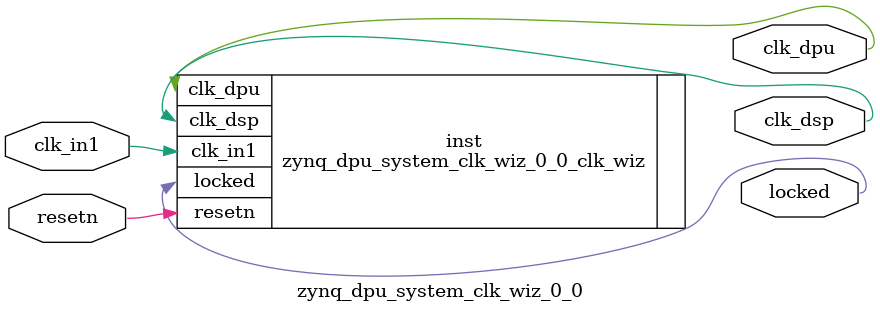
<source format=v>


`timescale 1ps/1ps

(* CORE_GENERATION_INFO = "zynq_dpu_system_clk_wiz_0_0,clk_wiz_v6_0_6_0_0,{component_name=zynq_dpu_system_clk_wiz_0_0,use_phase_alignment=false,use_min_o_jitter=false,use_max_i_jitter=false,use_dyn_phase_shift=false,use_inclk_switchover=false,use_dyn_reconfig=false,enable_axi=0,feedback_source=FDBK_ONCHIP,PRIMITIVE=MMCM,num_out_clk=2,clkin1_period=10.000,clkin2_period=10.000,use_power_down=false,use_reset=true,use_locked=true,use_inclk_stopped=false,feedback_type=SINGLE,CLOCK_MGR_TYPE=NA,manual_override=false}" *)

module zynq_dpu_system_clk_wiz_0_0 
 (
  // Clock out ports
  output        clk_dsp,
  output        clk_dpu,
  // Status and control signals
  input         resetn,
  output        locked,
 // Clock in ports
  input         clk_in1
 );

  zynq_dpu_system_clk_wiz_0_0_clk_wiz inst
  (
  // Clock out ports  
  .clk_dsp(clk_dsp),
  .clk_dpu(clk_dpu),
  // Status and control signals               
  .resetn(resetn), 
  .locked(locked),
 // Clock in ports
  .clk_in1(clk_in1)
  );

endmodule

</source>
